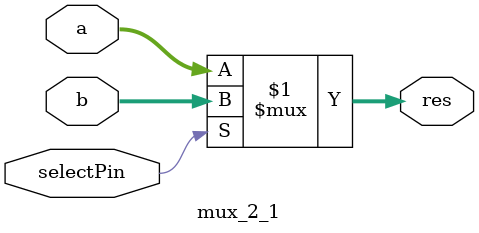
<source format=v>
`timescale 1ns / 1ps
module mux_2_1(
	input[31:0] a,
	input[31:0] b,
	input selectPin,
	output[31:0] res
    );

	assign res = (selectPin) ? b : a;
	
endmodule

</source>
